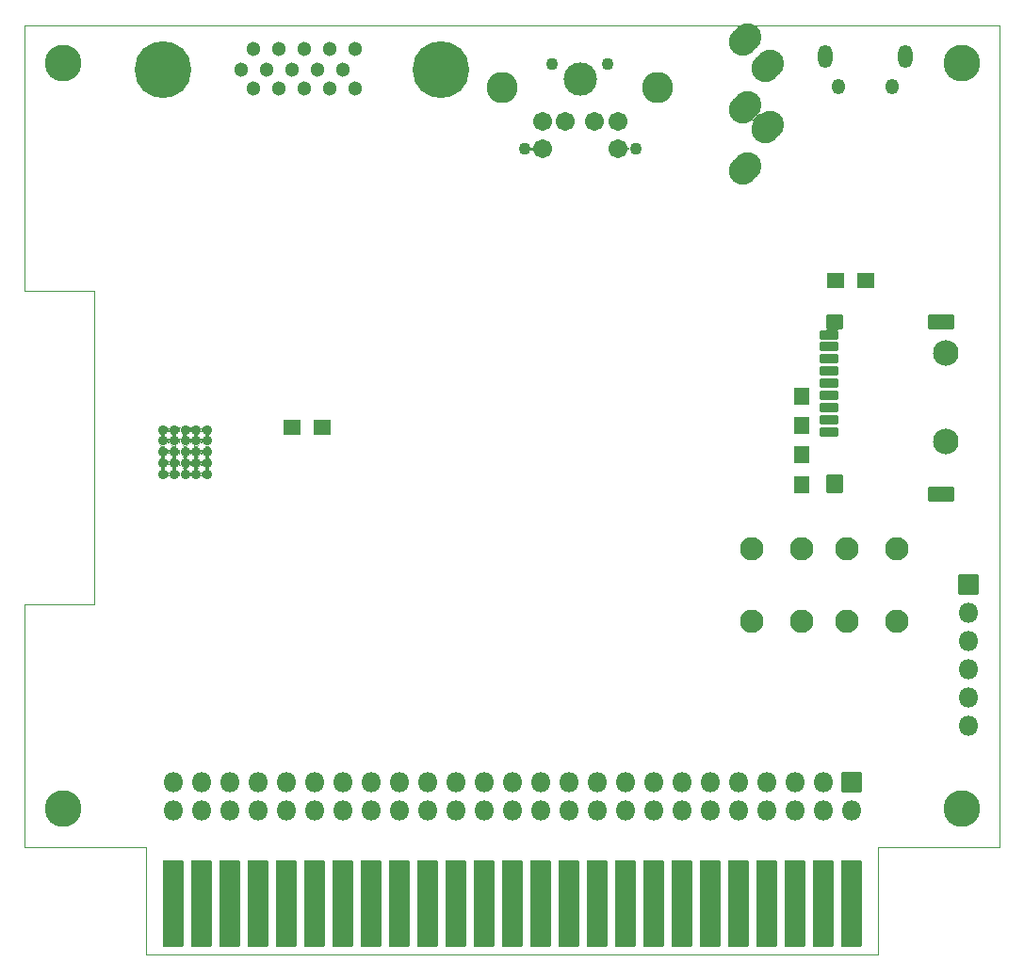
<source format=gbr>
G04 #@! TF.GenerationSoftware,KiCad,Pcbnew,(6.0.5)*
G04 #@! TF.CreationDate,2022-06-13T20:59:20-07:00*
G04 #@! TF.ProjectId,PocketTRS,506f636b-6574-4545-9253-2e6b69636164,rev?*
G04 #@! TF.SameCoordinates,Original*
G04 #@! TF.FileFunction,Soldermask,Bot*
G04 #@! TF.FilePolarity,Negative*
%FSLAX46Y46*%
G04 Gerber Fmt 4.6, Leading zero omitted, Abs format (unit mm)*
G04 Created by KiCad (PCBNEW (6.0.5)) date 2022-06-13 20:59:20*
%MOMM*%
%LPD*%
G01*
G04 APERTURE LIST*
G04 Aperture macros list*
%AMRoundRect*
0 Rectangle with rounded corners*
0 $1 Rounding radius*
0 $2 $3 $4 $5 $6 $7 $8 $9 X,Y pos of 4 corners*
0 Add a 4 corners polygon primitive as box body*
4,1,4,$2,$3,$4,$5,$6,$7,$8,$9,$2,$3,0*
0 Add four circle primitives for the rounded corners*
1,1,$1+$1,$2,$3*
1,1,$1+$1,$4,$5*
1,1,$1+$1,$6,$7*
1,1,$1+$1,$8,$9*
0 Add four rect primitives between the rounded corners*
20,1,$1+$1,$2,$3,$4,$5,0*
20,1,$1+$1,$4,$5,$6,$7,0*
20,1,$1+$1,$6,$7,$8,$9,0*
20,1,$1+$1,$8,$9,$2,$3,0*%
%AMHorizOval*
0 Thick line with rounded ends*
0 $1 width*
0 $2 $3 position (X,Y) of the first rounded end (center of the circle)*
0 $4 $5 position (X,Y) of the second rounded end (center of the circle)*
0 Add line between two ends*
20,1,$1,$2,$3,$4,$5,0*
0 Add two circle primitives to create the rounded ends*
1,1,$1,$2,$3*
1,1,$1,$4,$5*%
G04 Aperture macros list end*
G04 #@! TA.AperFunction,Profile*
%ADD10C,0.050000*%
G04 #@! TD*
%ADD11RoundRect,0.051000X-0.850000X-0.850000X0.850000X-0.850000X0.850000X0.850000X-0.850000X0.850000X0*%
%ADD12O,1.802000X1.802000*%
%ADD13C,2.102000*%
%ADD14C,5.103260*%
%ADD15C,1.300880*%
%ADD16HorizOval,2.502000X0.212132X0.212132X-0.212132X-0.212132X0*%
%ADD17C,1.702000*%
%ADD18C,1.102000*%
%ADD19C,3.002000*%
%ADD20C,2.802000*%
%ADD21O,1.200000X1.400000*%
%ADD22O,1.300000X2.100000*%
%ADD23RoundRect,0.051000X-0.850000X0.850000X-0.850000X-0.850000X0.850000X-0.850000X0.850000X0.850000X0*%
%ADD24C,3.302000*%
%ADD25C,0.902000*%
%ADD26RoundRect,0.051000X0.889000X3.810000X-0.889000X3.810000X-0.889000X-3.810000X0.889000X-3.810000X0*%
%ADD27RoundRect,0.051000X-0.800000X0.350000X-0.800000X-0.350000X0.800000X-0.350000X0.800000X0.350000X0*%
%ADD28RoundRect,0.051000X-0.700000X0.800000X-0.700000X-0.800000X0.700000X-0.800000X0.700000X0.800000X0*%
%ADD29RoundRect,0.051000X-1.100000X0.600000X-1.100000X-0.600000X1.100000X-0.600000X1.100000X0.600000X0*%
%ADD30RoundRect,0.051000X-0.700000X0.600000X-0.700000X-0.600000X0.700000X-0.600000X0.700000X0.600000X0*%
%ADD31RoundRect,0.051000X-0.750000X-0.650000X0.750000X-0.650000X0.750000X0.650000X-0.750000X0.650000X0*%
%ADD32RoundRect,0.051000X-0.650000X0.750000X-0.650000X-0.750000X0.650000X-0.750000X0.650000X0.750000X0*%
%ADD33RoundRect,0.051000X0.750000X0.650000X-0.750000X0.650000X-0.750000X-0.650000X0.750000X-0.650000X0*%
%ADD34C,2.302000*%
G04 APERTURE END LIST*
D10*
X165100000Y-61976000D02*
X165100000Y-64770000D01*
X252730000Y-64770000D02*
X252730000Y-61976000D01*
X171323000Y-85852000D02*
X171323000Y-90805000D01*
X165100000Y-64770000D02*
X165100000Y-85852000D01*
X165100000Y-135890000D02*
X165100000Y-114046000D01*
X241808000Y-135890000D02*
X252730000Y-135890000D01*
X241808000Y-145542000D02*
X241300000Y-145542000D01*
X175260000Y-135890000D02*
X176022000Y-135890000D01*
X241808000Y-145542000D02*
X241808000Y-135890000D01*
X171323000Y-85852000D02*
X165100000Y-85852000D01*
X165100000Y-114046000D02*
X171323000Y-114046000D01*
X171323000Y-114046000D02*
X171323000Y-90805000D01*
X176022000Y-145542000D02*
X241300000Y-145542000D01*
X252730000Y-64770000D02*
X252730000Y-135890000D01*
X165100000Y-61976000D02*
X252730000Y-61976000D01*
X165100000Y-135890000D02*
X175260000Y-135890000D01*
X176022000Y-135890000D02*
X176022000Y-145542000D01*
X165100000Y-61976000D02*
X165100000Y-64770000D01*
X252730000Y-64770000D02*
X252730000Y-61976000D01*
X171323000Y-85852000D02*
X171323000Y-90805000D01*
X165100000Y-64770000D02*
X165100000Y-85852000D01*
X165100000Y-135890000D02*
X165100000Y-114046000D01*
X241808000Y-135890000D02*
X252730000Y-135890000D01*
X241808000Y-145542000D02*
X241300000Y-145542000D01*
X175260000Y-135890000D02*
X176022000Y-135890000D01*
X241808000Y-145542000D02*
X241808000Y-135890000D01*
X171323000Y-85852000D02*
X165100000Y-85852000D01*
X165100000Y-114046000D02*
X171323000Y-114046000D01*
X171323000Y-114046000D02*
X171323000Y-90805000D01*
X176022000Y-145542000D02*
X241300000Y-145542000D01*
X252730000Y-64770000D02*
X252730000Y-135890000D01*
X165100000Y-61976000D02*
X252730000Y-61976000D01*
X165100000Y-135890000D02*
X175260000Y-135890000D01*
X176022000Y-135890000D02*
X176022000Y-145542000D01*
D11*
X249936000Y-112268000D03*
D12*
X249936000Y-114808000D03*
X249936000Y-117348000D03*
X249936000Y-119888000D03*
X249936000Y-122428000D03*
X249936000Y-124968000D03*
D13*
X239014000Y-115570000D03*
X239014000Y-109070000D03*
X243514000Y-109070000D03*
X243514000Y-115570000D03*
X234950000Y-115593000D03*
X234950000Y-109093000D03*
X230450000Y-109093000D03*
X230450000Y-115593000D03*
D14*
X177497740Y-65971420D03*
X202486260Y-65971420D03*
D15*
X185681620Y-67690400D03*
X187972700Y-67690400D03*
X190258700Y-67690400D03*
X192552320Y-67690400D03*
X194840860Y-67690400D03*
X184536080Y-65925700D03*
X186829700Y-65925700D03*
X189128400Y-65925700D03*
X191427100Y-65925700D03*
X193700400Y-65925700D03*
X185681620Y-64134400D03*
X187972700Y-64134400D03*
X190261240Y-64134400D03*
X192552320Y-64134400D03*
X194843400Y-64134400D03*
D16*
X231870000Y-71146000D03*
X229870000Y-69346000D03*
X229870000Y-63246000D03*
X231870000Y-65646000D03*
X229870000Y-74846000D03*
D17*
X213711000Y-70576000D03*
X216311000Y-70576000D03*
X211611000Y-70576000D03*
X218411000Y-70576000D03*
X211611000Y-73076000D03*
X218411000Y-73076000D03*
D18*
X212511000Y-65476000D03*
X217511000Y-65476000D03*
X210011000Y-73076000D03*
X220011000Y-73076000D03*
D19*
X215011000Y-66776000D03*
D20*
X208011000Y-67576000D03*
X222011000Y-67576000D03*
D21*
X238240000Y-67520000D03*
X243090000Y-67520000D03*
D22*
X237090000Y-64770000D03*
X244240000Y-64770000D03*
D23*
X239395000Y-130048000D03*
D12*
X239395000Y-132588000D03*
X236855000Y-130048000D03*
X236855000Y-132588000D03*
X234315000Y-130048000D03*
X234315000Y-132588000D03*
X231775000Y-130048000D03*
X231775000Y-132588000D03*
X229235000Y-130048000D03*
X229235000Y-132588000D03*
X226695000Y-130048000D03*
X226695000Y-132588000D03*
X224155000Y-130048000D03*
X224155000Y-132588000D03*
X221615000Y-130048000D03*
X221615000Y-132588000D03*
X219075000Y-130048000D03*
X219075000Y-132588000D03*
X216535000Y-130048000D03*
X216535000Y-132588000D03*
X213995000Y-130048000D03*
X213995000Y-132588000D03*
X211455000Y-130048000D03*
X211455000Y-132588000D03*
X208915000Y-130048000D03*
X208915000Y-132588000D03*
X206375000Y-130048000D03*
X206375000Y-132588000D03*
X203835000Y-130048000D03*
X203835000Y-132588000D03*
X201295000Y-130048000D03*
X201295000Y-132588000D03*
X198755000Y-130048000D03*
X198755000Y-132588000D03*
X196215000Y-130048000D03*
X196215000Y-132588000D03*
X193675000Y-130048000D03*
X193675000Y-132588000D03*
X191135000Y-130048000D03*
X191135000Y-132588000D03*
X188595000Y-130048000D03*
X188595000Y-132588000D03*
X186055000Y-130048000D03*
X186055000Y-132588000D03*
X183515000Y-130048000D03*
X183515000Y-132588000D03*
X180975000Y-130048000D03*
X180975000Y-132588000D03*
X178435000Y-130048000D03*
X178435000Y-132588000D03*
D24*
X168529000Y-65405000D03*
X249301000Y-65405000D03*
X168529000Y-132461000D03*
X249301000Y-132461000D03*
D25*
X177524000Y-100349000D03*
X177524000Y-102349000D03*
X177524000Y-101349000D03*
X179524000Y-102349000D03*
X178524000Y-101349000D03*
X180524000Y-100349000D03*
X181524000Y-102349000D03*
X179524000Y-99349000D03*
X177524000Y-98349000D03*
X180524000Y-98349000D03*
X179524000Y-98349000D03*
X180524000Y-101349000D03*
X178524000Y-102349000D03*
X178524000Y-98349000D03*
X181524000Y-99349000D03*
X181524000Y-101349000D03*
X178524000Y-99349000D03*
X181524000Y-100349000D03*
X178524000Y-100349000D03*
X180524000Y-99349000D03*
X177524000Y-99349000D03*
X179524000Y-101349000D03*
X179524000Y-100349000D03*
X180524000Y-102349000D03*
X181524000Y-98349000D03*
D26*
X239395000Y-140970000D03*
X236855000Y-140970000D03*
X234315000Y-140970000D03*
X231775000Y-140970000D03*
X229235000Y-140970000D03*
X226695000Y-140970000D03*
X224155000Y-140970000D03*
X221615000Y-140970000D03*
X219075000Y-140970000D03*
X216535000Y-140970000D03*
X213995000Y-140970000D03*
X211455000Y-140970000D03*
X208915000Y-140970000D03*
X206375000Y-140970000D03*
X203835000Y-140970000D03*
X201295000Y-140970000D03*
X198755000Y-140970000D03*
X196215000Y-140970000D03*
X193675000Y-140970000D03*
X191135000Y-140970000D03*
X188595000Y-140970000D03*
X186055000Y-140970000D03*
X183515000Y-140970000D03*
X180975000Y-140970000D03*
X178435000Y-140970000D03*
D27*
X237404000Y-98593000D03*
X237404000Y-97493000D03*
X237404000Y-96393000D03*
X237404000Y-95293000D03*
X237404000Y-94193000D03*
X237404000Y-93093000D03*
X237404000Y-91993000D03*
X237404000Y-90893000D03*
X237404000Y-89793000D03*
D28*
X237904000Y-103243000D03*
D29*
X247504000Y-104143000D03*
X247504000Y-88643000D03*
D30*
X237904000Y-88643000D03*
D31*
X189150000Y-98171000D03*
X191850000Y-98171000D03*
D32*
X234950000Y-95297000D03*
X234950000Y-97997000D03*
D33*
X240681500Y-84899500D03*
X237981500Y-84899500D03*
D32*
X234950000Y-100567500D03*
X234950000Y-103267500D03*
D34*
X247904000Y-99441000D03*
X247904000Y-91440000D03*
G36*
X178141514Y-102116355D02*
G01*
X178141476Y-102117970D01*
X178094639Y-102217730D01*
X178075054Y-102343515D01*
X178091560Y-102469739D01*
X178138242Y-102575833D01*
X178138024Y-102577821D01*
X178136193Y-102578626D01*
X178134824Y-102577856D01*
X178123969Y-102563709D01*
X178122249Y-102565029D01*
X178120266Y-102565290D01*
X178119475Y-102564697D01*
X178094107Y-102533214D01*
X178028392Y-102511338D01*
X177961286Y-102528463D01*
X177927857Y-102564364D01*
X177925945Y-102564950D01*
X177925176Y-102564588D01*
X177924031Y-102563709D01*
X177908307Y-102584201D01*
X177906459Y-102584966D01*
X177904872Y-102583748D01*
X177904920Y-102582111D01*
X177951726Y-102485504D01*
X177972867Y-102359842D01*
X177972998Y-102349131D01*
X177954933Y-102222987D01*
X177908137Y-102120065D01*
X177908331Y-102118074D01*
X177910151Y-102117246D01*
X177911545Y-102118019D01*
X177924031Y-102134291D01*
X177925751Y-102132971D01*
X177927734Y-102132710D01*
X177928525Y-102133303D01*
X177953893Y-102164786D01*
X178019608Y-102186662D01*
X178086714Y-102169537D01*
X178120143Y-102133636D01*
X178122055Y-102133050D01*
X178122824Y-102133412D01*
X178123969Y-102134291D01*
X178138079Y-102115902D01*
X178139927Y-102115137D01*
X178141514Y-102116355D01*
G37*
G36*
X179141514Y-102116355D02*
G01*
X179141476Y-102117970D01*
X179094639Y-102217730D01*
X179075054Y-102343515D01*
X179091560Y-102469739D01*
X179138242Y-102575833D01*
X179138024Y-102577821D01*
X179136193Y-102578626D01*
X179134824Y-102577856D01*
X179123969Y-102563709D01*
X179122249Y-102565029D01*
X179120266Y-102565290D01*
X179119475Y-102564697D01*
X179094107Y-102533214D01*
X179028392Y-102511338D01*
X178961286Y-102528463D01*
X178927857Y-102564364D01*
X178925945Y-102564950D01*
X178925176Y-102564588D01*
X178924031Y-102563709D01*
X178908307Y-102584201D01*
X178906459Y-102584966D01*
X178904872Y-102583748D01*
X178904920Y-102582111D01*
X178951726Y-102485504D01*
X178972867Y-102359842D01*
X178972998Y-102349131D01*
X178954933Y-102222987D01*
X178908137Y-102120065D01*
X178908331Y-102118074D01*
X178910151Y-102117246D01*
X178911545Y-102118019D01*
X178924031Y-102134291D01*
X178925751Y-102132971D01*
X178927734Y-102132710D01*
X178928525Y-102133303D01*
X178953893Y-102164786D01*
X179019608Y-102186662D01*
X179086714Y-102169537D01*
X179120143Y-102133636D01*
X179122055Y-102133050D01*
X179122824Y-102133412D01*
X179123969Y-102134291D01*
X179138079Y-102115902D01*
X179139927Y-102115137D01*
X179141514Y-102116355D01*
G37*
G36*
X180141514Y-102116355D02*
G01*
X180141476Y-102117970D01*
X180094639Y-102217730D01*
X180075054Y-102343515D01*
X180091560Y-102469739D01*
X180138242Y-102575833D01*
X180138024Y-102577821D01*
X180136193Y-102578626D01*
X180134824Y-102577856D01*
X180123969Y-102563709D01*
X180122249Y-102565029D01*
X180120266Y-102565290D01*
X180119475Y-102564697D01*
X180094107Y-102533214D01*
X180028392Y-102511338D01*
X179961286Y-102528463D01*
X179927857Y-102564364D01*
X179925945Y-102564950D01*
X179925176Y-102564588D01*
X179924031Y-102563709D01*
X179908307Y-102584201D01*
X179906459Y-102584966D01*
X179904872Y-102583748D01*
X179904920Y-102582111D01*
X179951726Y-102485504D01*
X179972867Y-102359842D01*
X179972998Y-102349131D01*
X179954933Y-102222987D01*
X179908137Y-102120065D01*
X179908331Y-102118074D01*
X179910151Y-102117246D01*
X179911545Y-102118019D01*
X179924031Y-102134291D01*
X179925751Y-102132971D01*
X179927734Y-102132710D01*
X179928525Y-102133303D01*
X179953893Y-102164786D01*
X180019608Y-102186662D01*
X180086714Y-102169537D01*
X180120143Y-102133636D01*
X180122055Y-102133050D01*
X180122824Y-102133412D01*
X180123969Y-102134291D01*
X180138079Y-102115902D01*
X180139927Y-102115137D01*
X180141514Y-102116355D01*
G37*
G36*
X181141514Y-102116355D02*
G01*
X181141476Y-102117970D01*
X181094639Y-102217730D01*
X181075054Y-102343515D01*
X181091560Y-102469739D01*
X181138242Y-102575833D01*
X181138024Y-102577821D01*
X181136193Y-102578626D01*
X181134824Y-102577856D01*
X181123969Y-102563709D01*
X181122249Y-102565029D01*
X181120266Y-102565290D01*
X181119475Y-102564697D01*
X181094107Y-102533214D01*
X181028392Y-102511338D01*
X180961286Y-102528463D01*
X180927857Y-102564364D01*
X180925945Y-102564950D01*
X180925176Y-102564588D01*
X180924031Y-102563709D01*
X180908307Y-102584201D01*
X180906459Y-102584966D01*
X180904872Y-102583748D01*
X180904920Y-102582111D01*
X180951726Y-102485504D01*
X180972867Y-102359842D01*
X180972998Y-102349131D01*
X180954933Y-102222987D01*
X180908137Y-102120065D01*
X180908331Y-102118074D01*
X180910151Y-102117246D01*
X180911545Y-102118019D01*
X180924031Y-102134291D01*
X180925751Y-102132971D01*
X180927734Y-102132710D01*
X180928525Y-102133303D01*
X180953893Y-102164786D01*
X181019608Y-102186662D01*
X181086714Y-102169537D01*
X181120143Y-102133636D01*
X181122055Y-102133050D01*
X181122824Y-102133412D01*
X181123969Y-102134291D01*
X181138079Y-102115902D01*
X181139927Y-102115137D01*
X181141514Y-102116355D01*
G37*
G36*
X179269854Y-101713734D02*
G01*
X179330709Y-101754243D01*
X179452215Y-101792203D01*
X179579494Y-101794537D01*
X179702315Y-101761052D01*
X179773266Y-101717487D01*
X179775265Y-101717433D01*
X179776311Y-101719137D01*
X179775530Y-101720778D01*
X179738710Y-101749031D01*
X179740029Y-101750750D01*
X179740290Y-101752733D01*
X179739697Y-101753525D01*
X179708215Y-101778893D01*
X179686339Y-101844608D01*
X179703464Y-101911714D01*
X179739364Y-101945142D01*
X179739950Y-101947054D01*
X179739588Y-101947823D01*
X179738709Y-101948968D01*
X179778986Y-101979874D01*
X179779751Y-101981722D01*
X179778533Y-101983309D01*
X179776680Y-101983139D01*
X179712326Y-101941426D01*
X179590364Y-101904952D01*
X179463066Y-101904175D01*
X179340666Y-101939157D01*
X179272972Y-101981869D01*
X179270974Y-101981948D01*
X179269907Y-101980257D01*
X179270687Y-101978591D01*
X179309291Y-101948969D01*
X179307971Y-101947249D01*
X179307710Y-101945266D01*
X179308303Y-101944475D01*
X179339794Y-101919094D01*
X179361662Y-101853378D01*
X179344528Y-101786272D01*
X179308635Y-101752859D01*
X179308049Y-101750947D01*
X179308411Y-101750178D01*
X179309291Y-101749032D01*
X179267528Y-101716986D01*
X179266763Y-101715138D01*
X179267981Y-101713551D01*
X179269854Y-101713734D01*
G37*
G36*
X177269854Y-101713734D02*
G01*
X177330709Y-101754243D01*
X177452215Y-101792203D01*
X177579494Y-101794537D01*
X177702315Y-101761052D01*
X177773266Y-101717487D01*
X177775265Y-101717433D01*
X177776311Y-101719137D01*
X177775530Y-101720778D01*
X177738710Y-101749031D01*
X177740029Y-101750750D01*
X177740290Y-101752733D01*
X177739697Y-101753525D01*
X177708215Y-101778893D01*
X177686339Y-101844608D01*
X177703464Y-101911714D01*
X177739364Y-101945142D01*
X177739950Y-101947054D01*
X177739588Y-101947823D01*
X177738709Y-101948968D01*
X177778986Y-101979874D01*
X177779751Y-101981722D01*
X177778533Y-101983309D01*
X177776680Y-101983139D01*
X177712326Y-101941426D01*
X177590364Y-101904952D01*
X177463066Y-101904175D01*
X177340666Y-101939157D01*
X177272972Y-101981869D01*
X177270974Y-101981948D01*
X177269907Y-101980257D01*
X177270687Y-101978591D01*
X177309291Y-101948969D01*
X177307971Y-101947249D01*
X177307710Y-101945266D01*
X177308303Y-101944475D01*
X177339794Y-101919094D01*
X177361662Y-101853378D01*
X177344528Y-101786272D01*
X177308635Y-101752859D01*
X177308049Y-101750947D01*
X177308411Y-101750178D01*
X177309291Y-101749032D01*
X177267528Y-101716986D01*
X177266763Y-101715138D01*
X177267981Y-101713551D01*
X177269854Y-101713734D01*
G37*
G36*
X180269854Y-101713734D02*
G01*
X180330709Y-101754243D01*
X180452215Y-101792203D01*
X180579494Y-101794537D01*
X180702315Y-101761052D01*
X180773266Y-101717487D01*
X180775265Y-101717433D01*
X180776311Y-101719137D01*
X180775530Y-101720778D01*
X180738710Y-101749031D01*
X180740029Y-101750750D01*
X180740290Y-101752733D01*
X180739697Y-101753525D01*
X180708215Y-101778893D01*
X180686339Y-101844608D01*
X180703464Y-101911714D01*
X180739364Y-101945142D01*
X180739950Y-101947054D01*
X180739588Y-101947823D01*
X180738709Y-101948968D01*
X180778986Y-101979874D01*
X180779751Y-101981722D01*
X180778533Y-101983309D01*
X180776680Y-101983139D01*
X180712326Y-101941426D01*
X180590364Y-101904952D01*
X180463066Y-101904175D01*
X180340666Y-101939157D01*
X180272972Y-101981869D01*
X180270974Y-101981948D01*
X180269907Y-101980257D01*
X180270687Y-101978591D01*
X180309291Y-101948969D01*
X180307971Y-101947249D01*
X180307710Y-101945266D01*
X180308303Y-101944475D01*
X180339794Y-101919094D01*
X180361662Y-101853378D01*
X180344528Y-101786272D01*
X180308635Y-101752859D01*
X180308049Y-101750947D01*
X180308411Y-101750178D01*
X180309291Y-101749032D01*
X180267528Y-101716986D01*
X180266763Y-101715138D01*
X180267981Y-101713551D01*
X180269854Y-101713734D01*
G37*
G36*
X178269854Y-101713734D02*
G01*
X178330709Y-101754243D01*
X178452215Y-101792203D01*
X178579494Y-101794537D01*
X178702315Y-101761052D01*
X178773266Y-101717487D01*
X178775265Y-101717433D01*
X178776311Y-101719137D01*
X178775530Y-101720778D01*
X178738710Y-101749031D01*
X178740029Y-101750750D01*
X178740290Y-101752733D01*
X178739697Y-101753525D01*
X178708215Y-101778893D01*
X178686339Y-101844608D01*
X178703464Y-101911714D01*
X178739364Y-101945142D01*
X178739950Y-101947054D01*
X178739588Y-101947823D01*
X178738709Y-101948968D01*
X178778986Y-101979874D01*
X178779751Y-101981722D01*
X178778533Y-101983309D01*
X178776680Y-101983139D01*
X178712326Y-101941426D01*
X178590364Y-101904952D01*
X178463066Y-101904175D01*
X178340666Y-101939157D01*
X178272972Y-101981869D01*
X178270974Y-101981948D01*
X178269907Y-101980257D01*
X178270687Y-101978591D01*
X178309291Y-101948969D01*
X178307971Y-101947249D01*
X178307710Y-101945266D01*
X178308303Y-101944475D01*
X178339794Y-101919094D01*
X178361662Y-101853378D01*
X178344528Y-101786272D01*
X178308635Y-101752859D01*
X178308049Y-101750947D01*
X178308411Y-101750178D01*
X178309291Y-101749032D01*
X178267528Y-101716986D01*
X178266763Y-101715138D01*
X178267981Y-101713551D01*
X178269854Y-101713734D01*
G37*
G36*
X181269854Y-101713734D02*
G01*
X181330709Y-101754243D01*
X181452215Y-101792203D01*
X181579494Y-101794537D01*
X181702315Y-101761052D01*
X181773266Y-101717487D01*
X181775265Y-101717433D01*
X181776311Y-101719137D01*
X181775530Y-101720778D01*
X181738710Y-101749031D01*
X181740029Y-101750750D01*
X181740290Y-101752733D01*
X181739697Y-101753525D01*
X181708215Y-101778893D01*
X181686339Y-101844608D01*
X181703464Y-101911714D01*
X181739364Y-101945142D01*
X181739950Y-101947054D01*
X181739588Y-101947823D01*
X181738709Y-101948968D01*
X181778986Y-101979874D01*
X181779751Y-101981722D01*
X181778533Y-101983309D01*
X181776680Y-101983139D01*
X181712326Y-101941426D01*
X181590364Y-101904952D01*
X181463066Y-101904175D01*
X181340666Y-101939157D01*
X181272972Y-101981869D01*
X181270974Y-101981948D01*
X181269907Y-101980257D01*
X181270687Y-101978591D01*
X181309291Y-101948969D01*
X181307971Y-101947249D01*
X181307710Y-101945266D01*
X181308303Y-101944475D01*
X181339794Y-101919094D01*
X181361662Y-101853378D01*
X181344528Y-101786272D01*
X181308635Y-101752859D01*
X181308049Y-101750947D01*
X181308411Y-101750178D01*
X181309291Y-101749032D01*
X181267528Y-101716986D01*
X181266763Y-101715138D01*
X181267981Y-101713551D01*
X181269854Y-101713734D01*
G37*
G36*
X180141514Y-101116355D02*
G01*
X180141476Y-101117970D01*
X180094639Y-101217730D01*
X180075054Y-101343515D01*
X180091560Y-101469739D01*
X180138242Y-101575833D01*
X180138024Y-101577821D01*
X180136193Y-101578626D01*
X180134824Y-101577856D01*
X180123969Y-101563709D01*
X180122249Y-101565029D01*
X180120266Y-101565290D01*
X180119475Y-101564697D01*
X180094107Y-101533214D01*
X180028392Y-101511338D01*
X179961286Y-101528463D01*
X179927857Y-101564364D01*
X179925945Y-101564950D01*
X179925176Y-101564588D01*
X179924031Y-101563709D01*
X179908307Y-101584201D01*
X179906459Y-101584966D01*
X179904872Y-101583748D01*
X179904920Y-101582111D01*
X179951726Y-101485504D01*
X179972867Y-101359842D01*
X179972998Y-101349131D01*
X179954933Y-101222987D01*
X179908137Y-101120065D01*
X179908331Y-101118074D01*
X179910151Y-101117246D01*
X179911545Y-101118019D01*
X179924031Y-101134291D01*
X179925751Y-101132971D01*
X179927734Y-101132710D01*
X179928525Y-101133303D01*
X179953893Y-101164786D01*
X180019608Y-101186662D01*
X180086714Y-101169537D01*
X180120143Y-101133636D01*
X180122055Y-101133050D01*
X180122824Y-101133412D01*
X180123969Y-101134291D01*
X180138079Y-101115902D01*
X180139927Y-101115137D01*
X180141514Y-101116355D01*
G37*
G36*
X179141514Y-101116355D02*
G01*
X179141476Y-101117970D01*
X179094639Y-101217730D01*
X179075054Y-101343515D01*
X179091560Y-101469739D01*
X179138242Y-101575833D01*
X179138024Y-101577821D01*
X179136193Y-101578626D01*
X179134824Y-101577856D01*
X179123969Y-101563709D01*
X179122249Y-101565029D01*
X179120266Y-101565290D01*
X179119475Y-101564697D01*
X179094107Y-101533214D01*
X179028392Y-101511338D01*
X178961286Y-101528463D01*
X178927857Y-101564364D01*
X178925945Y-101564950D01*
X178925176Y-101564588D01*
X178924031Y-101563709D01*
X178908307Y-101584201D01*
X178906459Y-101584966D01*
X178904872Y-101583748D01*
X178904920Y-101582111D01*
X178951726Y-101485504D01*
X178972867Y-101359842D01*
X178972998Y-101349131D01*
X178954933Y-101222987D01*
X178908137Y-101120065D01*
X178908331Y-101118074D01*
X178910151Y-101117246D01*
X178911545Y-101118019D01*
X178924031Y-101134291D01*
X178925751Y-101132971D01*
X178927734Y-101132710D01*
X178928525Y-101133303D01*
X178953893Y-101164786D01*
X179019608Y-101186662D01*
X179086714Y-101169537D01*
X179120143Y-101133636D01*
X179122055Y-101133050D01*
X179122824Y-101133412D01*
X179123969Y-101134291D01*
X179138079Y-101115902D01*
X179139927Y-101115137D01*
X179141514Y-101116355D01*
G37*
G36*
X178141514Y-101116355D02*
G01*
X178141476Y-101117970D01*
X178094639Y-101217730D01*
X178075054Y-101343515D01*
X178091560Y-101469739D01*
X178138242Y-101575833D01*
X178138024Y-101577821D01*
X178136193Y-101578626D01*
X178134824Y-101577856D01*
X178123969Y-101563709D01*
X178122249Y-101565029D01*
X178120266Y-101565290D01*
X178119475Y-101564697D01*
X178094107Y-101533214D01*
X178028392Y-101511338D01*
X177961286Y-101528463D01*
X177927857Y-101564364D01*
X177925945Y-101564950D01*
X177925176Y-101564588D01*
X177924031Y-101563709D01*
X177908307Y-101584201D01*
X177906459Y-101584966D01*
X177904872Y-101583748D01*
X177904920Y-101582111D01*
X177951726Y-101485504D01*
X177972867Y-101359842D01*
X177972998Y-101349131D01*
X177954933Y-101222987D01*
X177908137Y-101120065D01*
X177908331Y-101118074D01*
X177910151Y-101117246D01*
X177911545Y-101118019D01*
X177924031Y-101134291D01*
X177925751Y-101132971D01*
X177927734Y-101132710D01*
X177928525Y-101133303D01*
X177953893Y-101164786D01*
X178019608Y-101186662D01*
X178086714Y-101169537D01*
X178120143Y-101133636D01*
X178122055Y-101133050D01*
X178122824Y-101133412D01*
X178123969Y-101134291D01*
X178138079Y-101115902D01*
X178139927Y-101115137D01*
X178141514Y-101116355D01*
G37*
G36*
X181141514Y-101116355D02*
G01*
X181141476Y-101117970D01*
X181094639Y-101217730D01*
X181075054Y-101343515D01*
X181091560Y-101469739D01*
X181138242Y-101575833D01*
X181138024Y-101577821D01*
X181136193Y-101578626D01*
X181134824Y-101577856D01*
X181123969Y-101563709D01*
X181122249Y-101565029D01*
X181120266Y-101565290D01*
X181119475Y-101564697D01*
X181094107Y-101533214D01*
X181028392Y-101511338D01*
X180961286Y-101528463D01*
X180927857Y-101564364D01*
X180925945Y-101564950D01*
X180925176Y-101564588D01*
X180924031Y-101563709D01*
X180908307Y-101584201D01*
X180906459Y-101584966D01*
X180904872Y-101583748D01*
X180904920Y-101582111D01*
X180951726Y-101485504D01*
X180972867Y-101359842D01*
X180972998Y-101349131D01*
X180954933Y-101222987D01*
X180908137Y-101120065D01*
X180908331Y-101118074D01*
X180910151Y-101117246D01*
X180911545Y-101118019D01*
X180924031Y-101134291D01*
X180925751Y-101132971D01*
X180927734Y-101132710D01*
X180928525Y-101133303D01*
X180953893Y-101164786D01*
X181019608Y-101186662D01*
X181086714Y-101169537D01*
X181120143Y-101133636D01*
X181122055Y-101133050D01*
X181122824Y-101133412D01*
X181123969Y-101134291D01*
X181138079Y-101115902D01*
X181139927Y-101115137D01*
X181141514Y-101116355D01*
G37*
G36*
X178269854Y-100713734D02*
G01*
X178330709Y-100754243D01*
X178452215Y-100792203D01*
X178579494Y-100794537D01*
X178702315Y-100761052D01*
X178773266Y-100717487D01*
X178775265Y-100717433D01*
X178776311Y-100719137D01*
X178775530Y-100720778D01*
X178738710Y-100749031D01*
X178740029Y-100750750D01*
X178740290Y-100752733D01*
X178739697Y-100753525D01*
X178708215Y-100778893D01*
X178686339Y-100844608D01*
X178703464Y-100911714D01*
X178739364Y-100945142D01*
X178739950Y-100947054D01*
X178739588Y-100947823D01*
X178738709Y-100948968D01*
X178778986Y-100979874D01*
X178779751Y-100981722D01*
X178778533Y-100983309D01*
X178776680Y-100983139D01*
X178712326Y-100941426D01*
X178590364Y-100904952D01*
X178463066Y-100904175D01*
X178340666Y-100939157D01*
X178272972Y-100981869D01*
X178270974Y-100981948D01*
X178269907Y-100980257D01*
X178270687Y-100978591D01*
X178309291Y-100948969D01*
X178307971Y-100947249D01*
X178307710Y-100945266D01*
X178308303Y-100944475D01*
X178339794Y-100919094D01*
X178361662Y-100853378D01*
X178344528Y-100786272D01*
X178308635Y-100752859D01*
X178308049Y-100750947D01*
X178308411Y-100750178D01*
X178309291Y-100749032D01*
X178267528Y-100716986D01*
X178266763Y-100715138D01*
X178267981Y-100713551D01*
X178269854Y-100713734D01*
G37*
G36*
X181269854Y-100713734D02*
G01*
X181330709Y-100754243D01*
X181452215Y-100792203D01*
X181579494Y-100794537D01*
X181702315Y-100761052D01*
X181773266Y-100717487D01*
X181775265Y-100717433D01*
X181776311Y-100719137D01*
X181775530Y-100720778D01*
X181738710Y-100749031D01*
X181740029Y-100750750D01*
X181740290Y-100752733D01*
X181739697Y-100753525D01*
X181708215Y-100778893D01*
X181686339Y-100844608D01*
X181703464Y-100911714D01*
X181739364Y-100945142D01*
X181739950Y-100947054D01*
X181739588Y-100947823D01*
X181738709Y-100948968D01*
X181778986Y-100979874D01*
X181779751Y-100981722D01*
X181778533Y-100983309D01*
X181776680Y-100983139D01*
X181712326Y-100941426D01*
X181590364Y-100904952D01*
X181463066Y-100904175D01*
X181340666Y-100939157D01*
X181272972Y-100981869D01*
X181270974Y-100981948D01*
X181269907Y-100980257D01*
X181270687Y-100978591D01*
X181309291Y-100948969D01*
X181307971Y-100947249D01*
X181307710Y-100945266D01*
X181308303Y-100944475D01*
X181339794Y-100919094D01*
X181361662Y-100853378D01*
X181344528Y-100786272D01*
X181308635Y-100752859D01*
X181308049Y-100750947D01*
X181308411Y-100750178D01*
X181309291Y-100749032D01*
X181267528Y-100716986D01*
X181266763Y-100715138D01*
X181267981Y-100713551D01*
X181269854Y-100713734D01*
G37*
G36*
X177269854Y-100713734D02*
G01*
X177330709Y-100754243D01*
X177452215Y-100792203D01*
X177579494Y-100794537D01*
X177702315Y-100761052D01*
X177773266Y-100717487D01*
X177775265Y-100717433D01*
X177776311Y-100719137D01*
X177775530Y-100720778D01*
X177738710Y-100749031D01*
X177740029Y-100750750D01*
X177740290Y-100752733D01*
X177739697Y-100753525D01*
X177708215Y-100778893D01*
X177686339Y-100844608D01*
X177703464Y-100911714D01*
X177739364Y-100945142D01*
X177739950Y-100947054D01*
X177739588Y-100947823D01*
X177738709Y-100948968D01*
X177778986Y-100979874D01*
X177779751Y-100981722D01*
X177778533Y-100983309D01*
X177776680Y-100983139D01*
X177712326Y-100941426D01*
X177590364Y-100904952D01*
X177463066Y-100904175D01*
X177340666Y-100939157D01*
X177272972Y-100981869D01*
X177270974Y-100981948D01*
X177269907Y-100980257D01*
X177270687Y-100978591D01*
X177309291Y-100948969D01*
X177307971Y-100947249D01*
X177307710Y-100945266D01*
X177308303Y-100944475D01*
X177339794Y-100919094D01*
X177361662Y-100853378D01*
X177344528Y-100786272D01*
X177308635Y-100752859D01*
X177308049Y-100750947D01*
X177308411Y-100750178D01*
X177309291Y-100749032D01*
X177267528Y-100716986D01*
X177266763Y-100715138D01*
X177267981Y-100713551D01*
X177269854Y-100713734D01*
G37*
G36*
X180269854Y-100713734D02*
G01*
X180330709Y-100754243D01*
X180452215Y-100792203D01*
X180579494Y-100794537D01*
X180702315Y-100761052D01*
X180773266Y-100717487D01*
X180775265Y-100717433D01*
X180776311Y-100719137D01*
X180775530Y-100720778D01*
X180738710Y-100749031D01*
X180740029Y-100750750D01*
X180740290Y-100752733D01*
X180739697Y-100753525D01*
X180708215Y-100778893D01*
X180686339Y-100844608D01*
X180703464Y-100911714D01*
X180739364Y-100945142D01*
X180739950Y-100947054D01*
X180739588Y-100947823D01*
X180738709Y-100948968D01*
X180778986Y-100979874D01*
X180779751Y-100981722D01*
X180778533Y-100983309D01*
X180776680Y-100983139D01*
X180712326Y-100941426D01*
X180590364Y-100904952D01*
X180463066Y-100904175D01*
X180340666Y-100939157D01*
X180272972Y-100981869D01*
X180270974Y-100981948D01*
X180269907Y-100980257D01*
X180270687Y-100978591D01*
X180309291Y-100948969D01*
X180307971Y-100947249D01*
X180307710Y-100945266D01*
X180308303Y-100944475D01*
X180339794Y-100919094D01*
X180361662Y-100853378D01*
X180344528Y-100786272D01*
X180308635Y-100752859D01*
X180308049Y-100750947D01*
X180308411Y-100750178D01*
X180309291Y-100749032D01*
X180267528Y-100716986D01*
X180266763Y-100715138D01*
X180267981Y-100713551D01*
X180269854Y-100713734D01*
G37*
G36*
X179269854Y-100713734D02*
G01*
X179330709Y-100754243D01*
X179452215Y-100792203D01*
X179579494Y-100794537D01*
X179702315Y-100761052D01*
X179773266Y-100717487D01*
X179775265Y-100717433D01*
X179776311Y-100719137D01*
X179775530Y-100720778D01*
X179738710Y-100749031D01*
X179740029Y-100750750D01*
X179740290Y-100752733D01*
X179739697Y-100753525D01*
X179708215Y-100778893D01*
X179686339Y-100844608D01*
X179703464Y-100911714D01*
X179739364Y-100945142D01*
X179739950Y-100947054D01*
X179739588Y-100947823D01*
X179738709Y-100948968D01*
X179778986Y-100979874D01*
X179779751Y-100981722D01*
X179778533Y-100983309D01*
X179776680Y-100983139D01*
X179712326Y-100941426D01*
X179590364Y-100904952D01*
X179463066Y-100904175D01*
X179340666Y-100939157D01*
X179272972Y-100981869D01*
X179270974Y-100981948D01*
X179269907Y-100980257D01*
X179270687Y-100978591D01*
X179309291Y-100948969D01*
X179307971Y-100947249D01*
X179307710Y-100945266D01*
X179308303Y-100944475D01*
X179339794Y-100919094D01*
X179361662Y-100853378D01*
X179344528Y-100786272D01*
X179308635Y-100752859D01*
X179308049Y-100750947D01*
X179308411Y-100750178D01*
X179309291Y-100749032D01*
X179267528Y-100716986D01*
X179266763Y-100715138D01*
X179267981Y-100713551D01*
X179269854Y-100713734D01*
G37*
G36*
X179141514Y-100116355D02*
G01*
X179141476Y-100117970D01*
X179094639Y-100217730D01*
X179075054Y-100343515D01*
X179091560Y-100469739D01*
X179138242Y-100575833D01*
X179138024Y-100577821D01*
X179136193Y-100578626D01*
X179134824Y-100577856D01*
X179123969Y-100563709D01*
X179122249Y-100565029D01*
X179120266Y-100565290D01*
X179119475Y-100564697D01*
X179094107Y-100533214D01*
X179028392Y-100511338D01*
X178961286Y-100528463D01*
X178927857Y-100564364D01*
X178925945Y-100564950D01*
X178925176Y-100564588D01*
X178924031Y-100563709D01*
X178908307Y-100584201D01*
X178906459Y-100584966D01*
X178904872Y-100583748D01*
X178904920Y-100582111D01*
X178951726Y-100485504D01*
X178972867Y-100359842D01*
X178972998Y-100349131D01*
X178954933Y-100222987D01*
X178908137Y-100120065D01*
X178908331Y-100118074D01*
X178910151Y-100117246D01*
X178911545Y-100118019D01*
X178924031Y-100134291D01*
X178925751Y-100132971D01*
X178927734Y-100132710D01*
X178928525Y-100133303D01*
X178953893Y-100164786D01*
X179019608Y-100186662D01*
X179086714Y-100169537D01*
X179120143Y-100133636D01*
X179122055Y-100133050D01*
X179122824Y-100133412D01*
X179123969Y-100134291D01*
X179138079Y-100115902D01*
X179139927Y-100115137D01*
X179141514Y-100116355D01*
G37*
G36*
X180141514Y-100116355D02*
G01*
X180141476Y-100117970D01*
X180094639Y-100217730D01*
X180075054Y-100343515D01*
X180091560Y-100469739D01*
X180138242Y-100575833D01*
X180138024Y-100577821D01*
X180136193Y-100578626D01*
X180134824Y-100577856D01*
X180123969Y-100563709D01*
X180122249Y-100565029D01*
X180120266Y-100565290D01*
X180119475Y-100564697D01*
X180094107Y-100533214D01*
X180028392Y-100511338D01*
X179961286Y-100528463D01*
X179927857Y-100564364D01*
X179925945Y-100564950D01*
X179925176Y-100564588D01*
X179924031Y-100563709D01*
X179908307Y-100584201D01*
X179906459Y-100584966D01*
X179904872Y-100583748D01*
X179904920Y-100582111D01*
X179951726Y-100485504D01*
X179972867Y-100359842D01*
X179972998Y-100349131D01*
X179954933Y-100222987D01*
X179908137Y-100120065D01*
X179908331Y-100118074D01*
X179910151Y-100117246D01*
X179911545Y-100118019D01*
X179924031Y-100134291D01*
X179925751Y-100132971D01*
X179927734Y-100132710D01*
X179928525Y-100133303D01*
X179953893Y-100164786D01*
X180019608Y-100186662D01*
X180086714Y-100169537D01*
X180120143Y-100133636D01*
X180122055Y-100133050D01*
X180122824Y-100133412D01*
X180123969Y-100134291D01*
X180138079Y-100115902D01*
X180139927Y-100115137D01*
X180141514Y-100116355D01*
G37*
G36*
X181141514Y-100116355D02*
G01*
X181141476Y-100117970D01*
X181094639Y-100217730D01*
X181075054Y-100343515D01*
X181091560Y-100469739D01*
X181138242Y-100575833D01*
X181138024Y-100577821D01*
X181136193Y-100578626D01*
X181134824Y-100577856D01*
X181123969Y-100563709D01*
X181122249Y-100565029D01*
X181120266Y-100565290D01*
X181119475Y-100564697D01*
X181094107Y-100533214D01*
X181028392Y-100511338D01*
X180961286Y-100528463D01*
X180927857Y-100564364D01*
X180925945Y-100564950D01*
X180925176Y-100564588D01*
X180924031Y-100563709D01*
X180908307Y-100584201D01*
X180906459Y-100584966D01*
X180904872Y-100583748D01*
X180904920Y-100582111D01*
X180951726Y-100485504D01*
X180972867Y-100359842D01*
X180972998Y-100349131D01*
X180954933Y-100222987D01*
X180908137Y-100120065D01*
X180908331Y-100118074D01*
X180910151Y-100117246D01*
X180911545Y-100118019D01*
X180924031Y-100134291D01*
X180925751Y-100132971D01*
X180927734Y-100132710D01*
X180928525Y-100133303D01*
X180953893Y-100164786D01*
X181019608Y-100186662D01*
X181086714Y-100169537D01*
X181120143Y-100133636D01*
X181122055Y-100133050D01*
X181122824Y-100133412D01*
X181123969Y-100134291D01*
X181138079Y-100115902D01*
X181139927Y-100115137D01*
X181141514Y-100116355D01*
G37*
G36*
X178141514Y-100116355D02*
G01*
X178141476Y-100117970D01*
X178094639Y-100217730D01*
X178075054Y-100343515D01*
X178091560Y-100469739D01*
X178138242Y-100575833D01*
X178138024Y-100577821D01*
X178136193Y-100578626D01*
X178134824Y-100577856D01*
X178123969Y-100563709D01*
X178122249Y-100565029D01*
X178120266Y-100565290D01*
X178119475Y-100564697D01*
X178094107Y-100533214D01*
X178028392Y-100511338D01*
X177961286Y-100528463D01*
X177927857Y-100564364D01*
X177925945Y-100564950D01*
X177925176Y-100564588D01*
X177924031Y-100563709D01*
X177908307Y-100584201D01*
X177906459Y-100584966D01*
X177904872Y-100583748D01*
X177904920Y-100582111D01*
X177951726Y-100485504D01*
X177972867Y-100359842D01*
X177972998Y-100349131D01*
X177954933Y-100222987D01*
X177908137Y-100120065D01*
X177908331Y-100118074D01*
X177910151Y-100117246D01*
X177911545Y-100118019D01*
X177924031Y-100134291D01*
X177925751Y-100132971D01*
X177927734Y-100132710D01*
X177928525Y-100133303D01*
X177953893Y-100164786D01*
X178019608Y-100186662D01*
X178086714Y-100169537D01*
X178120143Y-100133636D01*
X178122055Y-100133050D01*
X178122824Y-100133412D01*
X178123969Y-100134291D01*
X178138079Y-100115902D01*
X178139927Y-100115137D01*
X178141514Y-100116355D01*
G37*
G36*
X179269854Y-99713734D02*
G01*
X179330709Y-99754243D01*
X179452215Y-99792203D01*
X179579494Y-99794537D01*
X179702315Y-99761052D01*
X179773266Y-99717487D01*
X179775265Y-99717433D01*
X179776311Y-99719137D01*
X179775530Y-99720778D01*
X179738710Y-99749031D01*
X179740029Y-99750750D01*
X179740290Y-99752733D01*
X179739697Y-99753525D01*
X179708215Y-99778893D01*
X179686339Y-99844608D01*
X179703464Y-99911714D01*
X179739364Y-99945142D01*
X179739950Y-99947054D01*
X179739588Y-99947823D01*
X179738709Y-99948968D01*
X179778986Y-99979874D01*
X179779751Y-99981722D01*
X179778533Y-99983309D01*
X179776680Y-99983139D01*
X179712326Y-99941426D01*
X179590364Y-99904952D01*
X179463066Y-99904175D01*
X179340666Y-99939157D01*
X179272972Y-99981869D01*
X179270974Y-99981948D01*
X179269907Y-99980257D01*
X179270687Y-99978591D01*
X179309291Y-99948969D01*
X179307971Y-99947249D01*
X179307710Y-99945266D01*
X179308303Y-99944475D01*
X179339794Y-99919094D01*
X179361662Y-99853378D01*
X179344528Y-99786272D01*
X179308635Y-99752859D01*
X179308049Y-99750947D01*
X179308411Y-99750178D01*
X179309291Y-99749032D01*
X179267528Y-99716986D01*
X179266763Y-99715138D01*
X179267981Y-99713551D01*
X179269854Y-99713734D01*
G37*
G36*
X177269854Y-99713734D02*
G01*
X177330709Y-99754243D01*
X177452215Y-99792203D01*
X177579494Y-99794537D01*
X177702315Y-99761052D01*
X177773266Y-99717487D01*
X177775265Y-99717433D01*
X177776311Y-99719137D01*
X177775530Y-99720778D01*
X177738710Y-99749031D01*
X177740029Y-99750750D01*
X177740290Y-99752733D01*
X177739697Y-99753525D01*
X177708215Y-99778893D01*
X177686339Y-99844608D01*
X177703464Y-99911714D01*
X177739364Y-99945142D01*
X177739950Y-99947054D01*
X177739588Y-99947823D01*
X177738709Y-99948968D01*
X177778986Y-99979874D01*
X177779751Y-99981722D01*
X177778533Y-99983309D01*
X177776680Y-99983139D01*
X177712326Y-99941426D01*
X177590364Y-99904952D01*
X177463066Y-99904175D01*
X177340666Y-99939157D01*
X177272972Y-99981869D01*
X177270974Y-99981948D01*
X177269907Y-99980257D01*
X177270687Y-99978591D01*
X177309291Y-99948969D01*
X177307971Y-99947249D01*
X177307710Y-99945266D01*
X177308303Y-99944475D01*
X177339794Y-99919094D01*
X177361662Y-99853378D01*
X177344528Y-99786272D01*
X177308635Y-99752859D01*
X177308049Y-99750947D01*
X177308411Y-99750178D01*
X177309291Y-99749032D01*
X177267528Y-99716986D01*
X177266763Y-99715138D01*
X177267981Y-99713551D01*
X177269854Y-99713734D01*
G37*
G36*
X178269854Y-99713734D02*
G01*
X178330709Y-99754243D01*
X178452215Y-99792203D01*
X178579494Y-99794537D01*
X178702315Y-99761052D01*
X178773266Y-99717487D01*
X178775265Y-99717433D01*
X178776311Y-99719137D01*
X178775530Y-99720778D01*
X178738710Y-99749031D01*
X178740029Y-99750750D01*
X178740290Y-99752733D01*
X178739697Y-99753525D01*
X178708215Y-99778893D01*
X178686339Y-99844608D01*
X178703464Y-99911714D01*
X178739364Y-99945142D01*
X178739950Y-99947054D01*
X178739588Y-99947823D01*
X178738709Y-99948968D01*
X178778986Y-99979874D01*
X178779751Y-99981722D01*
X178778533Y-99983309D01*
X178776680Y-99983139D01*
X178712326Y-99941426D01*
X178590364Y-99904952D01*
X178463066Y-99904175D01*
X178340666Y-99939157D01*
X178272972Y-99981869D01*
X178270974Y-99981948D01*
X178269907Y-99980257D01*
X178270687Y-99978591D01*
X178309291Y-99948969D01*
X178307971Y-99947249D01*
X178307710Y-99945266D01*
X178308303Y-99944475D01*
X178339794Y-99919094D01*
X178361662Y-99853378D01*
X178344528Y-99786272D01*
X178308635Y-99752859D01*
X178308049Y-99750947D01*
X178308411Y-99750178D01*
X178309291Y-99749032D01*
X178267528Y-99716986D01*
X178266763Y-99715138D01*
X178267981Y-99713551D01*
X178269854Y-99713734D01*
G37*
G36*
X181269854Y-99713734D02*
G01*
X181330709Y-99754243D01*
X181452215Y-99792203D01*
X181579494Y-99794537D01*
X181702315Y-99761052D01*
X181773266Y-99717487D01*
X181775265Y-99717433D01*
X181776311Y-99719137D01*
X181775530Y-99720778D01*
X181738710Y-99749031D01*
X181740029Y-99750750D01*
X181740290Y-99752733D01*
X181739697Y-99753525D01*
X181708215Y-99778893D01*
X181686339Y-99844608D01*
X181703464Y-99911714D01*
X181739364Y-99945142D01*
X181739950Y-99947054D01*
X181739588Y-99947823D01*
X181738709Y-99948968D01*
X181778986Y-99979874D01*
X181779751Y-99981722D01*
X181778533Y-99983309D01*
X181776680Y-99983139D01*
X181712326Y-99941426D01*
X181590364Y-99904952D01*
X181463066Y-99904175D01*
X181340666Y-99939157D01*
X181272972Y-99981869D01*
X181270974Y-99981948D01*
X181269907Y-99980257D01*
X181270687Y-99978591D01*
X181309291Y-99948969D01*
X181307971Y-99947249D01*
X181307710Y-99945266D01*
X181308303Y-99944475D01*
X181339794Y-99919094D01*
X181361662Y-99853378D01*
X181344528Y-99786272D01*
X181308635Y-99752859D01*
X181308049Y-99750947D01*
X181308411Y-99750178D01*
X181309291Y-99749032D01*
X181267528Y-99716986D01*
X181266763Y-99715138D01*
X181267981Y-99713551D01*
X181269854Y-99713734D01*
G37*
G36*
X180269854Y-99713734D02*
G01*
X180330709Y-99754243D01*
X180452215Y-99792203D01*
X180579494Y-99794537D01*
X180702315Y-99761052D01*
X180773266Y-99717487D01*
X180775265Y-99717433D01*
X180776311Y-99719137D01*
X180775530Y-99720778D01*
X180738710Y-99749031D01*
X180740029Y-99750750D01*
X180740290Y-99752733D01*
X180739697Y-99753525D01*
X180708215Y-99778893D01*
X180686339Y-99844608D01*
X180703464Y-99911714D01*
X180739364Y-99945142D01*
X180739950Y-99947054D01*
X180739588Y-99947823D01*
X180738709Y-99948968D01*
X180778986Y-99979874D01*
X180779751Y-99981722D01*
X180778533Y-99983309D01*
X180776680Y-99983139D01*
X180712326Y-99941426D01*
X180590364Y-99904952D01*
X180463066Y-99904175D01*
X180340666Y-99939157D01*
X180272972Y-99981869D01*
X180270974Y-99981948D01*
X180269907Y-99980257D01*
X180270687Y-99978591D01*
X180309291Y-99948969D01*
X180307971Y-99947249D01*
X180307710Y-99945266D01*
X180308303Y-99944475D01*
X180339794Y-99919094D01*
X180361662Y-99853378D01*
X180344528Y-99786272D01*
X180308635Y-99752859D01*
X180308049Y-99750947D01*
X180308411Y-99750178D01*
X180309291Y-99749032D01*
X180267528Y-99716986D01*
X180266763Y-99715138D01*
X180267981Y-99713551D01*
X180269854Y-99713734D01*
G37*
G36*
X180141514Y-99116355D02*
G01*
X180141476Y-99117970D01*
X180094639Y-99217730D01*
X180075054Y-99343515D01*
X180091560Y-99469739D01*
X180138242Y-99575833D01*
X180138024Y-99577821D01*
X180136193Y-99578626D01*
X180134824Y-99577856D01*
X180123969Y-99563709D01*
X180122249Y-99565029D01*
X180120266Y-99565290D01*
X180119475Y-99564697D01*
X180094107Y-99533214D01*
X180028392Y-99511338D01*
X179961286Y-99528463D01*
X179927857Y-99564364D01*
X179925945Y-99564950D01*
X179925176Y-99564588D01*
X179924031Y-99563709D01*
X179908307Y-99584201D01*
X179906459Y-99584966D01*
X179904872Y-99583748D01*
X179904920Y-99582111D01*
X179951726Y-99485504D01*
X179972867Y-99359842D01*
X179972998Y-99349131D01*
X179954933Y-99222987D01*
X179908137Y-99120065D01*
X179908331Y-99118074D01*
X179910151Y-99117246D01*
X179911545Y-99118019D01*
X179924031Y-99134291D01*
X179925751Y-99132971D01*
X179927734Y-99132710D01*
X179928525Y-99133303D01*
X179953893Y-99164786D01*
X180019608Y-99186662D01*
X180086714Y-99169537D01*
X180120143Y-99133636D01*
X180122055Y-99133050D01*
X180122824Y-99133412D01*
X180123969Y-99134291D01*
X180138079Y-99115902D01*
X180139927Y-99115137D01*
X180141514Y-99116355D01*
G37*
G36*
X178141514Y-99116355D02*
G01*
X178141476Y-99117970D01*
X178094639Y-99217730D01*
X178075054Y-99343515D01*
X178091560Y-99469739D01*
X178138242Y-99575833D01*
X178138024Y-99577821D01*
X178136193Y-99578626D01*
X178134824Y-99577856D01*
X178123969Y-99563709D01*
X178122249Y-99565029D01*
X178120266Y-99565290D01*
X178119475Y-99564697D01*
X178094107Y-99533214D01*
X178028392Y-99511338D01*
X177961286Y-99528463D01*
X177927857Y-99564364D01*
X177925945Y-99564950D01*
X177925176Y-99564588D01*
X177924031Y-99563709D01*
X177908307Y-99584201D01*
X177906459Y-99584966D01*
X177904872Y-99583748D01*
X177904920Y-99582111D01*
X177951726Y-99485504D01*
X177972867Y-99359842D01*
X177972998Y-99349131D01*
X177954933Y-99222987D01*
X177908137Y-99120065D01*
X177908331Y-99118074D01*
X177910151Y-99117246D01*
X177911545Y-99118019D01*
X177924031Y-99134291D01*
X177925751Y-99132971D01*
X177927734Y-99132710D01*
X177928525Y-99133303D01*
X177953893Y-99164786D01*
X178019608Y-99186662D01*
X178086714Y-99169537D01*
X178120143Y-99133636D01*
X178122055Y-99133050D01*
X178122824Y-99133412D01*
X178123969Y-99134291D01*
X178138079Y-99115902D01*
X178139927Y-99115137D01*
X178141514Y-99116355D01*
G37*
G36*
X179141514Y-99116355D02*
G01*
X179141476Y-99117970D01*
X179094639Y-99217730D01*
X179075054Y-99343515D01*
X179091560Y-99469739D01*
X179138242Y-99575833D01*
X179138024Y-99577821D01*
X179136193Y-99578626D01*
X179134824Y-99577856D01*
X179123969Y-99563709D01*
X179122249Y-99565029D01*
X179120266Y-99565290D01*
X179119475Y-99564697D01*
X179094107Y-99533214D01*
X179028392Y-99511338D01*
X178961286Y-99528463D01*
X178927857Y-99564364D01*
X178925945Y-99564950D01*
X178925176Y-99564588D01*
X178924031Y-99563709D01*
X178908307Y-99584201D01*
X178906459Y-99584966D01*
X178904872Y-99583748D01*
X178904920Y-99582111D01*
X178951726Y-99485504D01*
X178972867Y-99359842D01*
X178972998Y-99349131D01*
X178954933Y-99222987D01*
X178908137Y-99120065D01*
X178908331Y-99118074D01*
X178910151Y-99117246D01*
X178911545Y-99118019D01*
X178924031Y-99134291D01*
X178925751Y-99132971D01*
X178927734Y-99132710D01*
X178928525Y-99133303D01*
X178953893Y-99164786D01*
X179019608Y-99186662D01*
X179086714Y-99169537D01*
X179120143Y-99133636D01*
X179122055Y-99133050D01*
X179122824Y-99133412D01*
X179123969Y-99134291D01*
X179138079Y-99115902D01*
X179139927Y-99115137D01*
X179141514Y-99116355D01*
G37*
G36*
X181141514Y-99116355D02*
G01*
X181141476Y-99117970D01*
X181094639Y-99217730D01*
X181075054Y-99343515D01*
X181091560Y-99469739D01*
X181138242Y-99575833D01*
X181138024Y-99577821D01*
X181136193Y-99578626D01*
X181134824Y-99577856D01*
X181123969Y-99563709D01*
X181122249Y-99565029D01*
X181120266Y-99565290D01*
X181119475Y-99564697D01*
X181094107Y-99533214D01*
X181028392Y-99511338D01*
X180961286Y-99528463D01*
X180927857Y-99564364D01*
X180925945Y-99564950D01*
X180925176Y-99564588D01*
X180924031Y-99563709D01*
X180908307Y-99584201D01*
X180906459Y-99584966D01*
X180904872Y-99583748D01*
X180904920Y-99582111D01*
X180951726Y-99485504D01*
X180972867Y-99359842D01*
X180972998Y-99349131D01*
X180954933Y-99222987D01*
X180908137Y-99120065D01*
X180908331Y-99118074D01*
X180910151Y-99117246D01*
X180911545Y-99118019D01*
X180924031Y-99134291D01*
X180925751Y-99132971D01*
X180927734Y-99132710D01*
X180928525Y-99133303D01*
X180953893Y-99164786D01*
X181019608Y-99186662D01*
X181086714Y-99169537D01*
X181120143Y-99133636D01*
X181122055Y-99133050D01*
X181122824Y-99133412D01*
X181123969Y-99134291D01*
X181138079Y-99115902D01*
X181139927Y-99115137D01*
X181141514Y-99116355D01*
G37*
G36*
X180269854Y-98713734D02*
G01*
X180330709Y-98754243D01*
X180452215Y-98792203D01*
X180579494Y-98794537D01*
X180702315Y-98761052D01*
X180773266Y-98717487D01*
X180775265Y-98717433D01*
X180776311Y-98719137D01*
X180775530Y-98720778D01*
X180738710Y-98749031D01*
X180740029Y-98750750D01*
X180740290Y-98752733D01*
X180739697Y-98753525D01*
X180708215Y-98778893D01*
X180686339Y-98844608D01*
X180703464Y-98911714D01*
X180739364Y-98945142D01*
X180739950Y-98947054D01*
X180739588Y-98947823D01*
X180738709Y-98948968D01*
X180778986Y-98979874D01*
X180779751Y-98981722D01*
X180778533Y-98983309D01*
X180776680Y-98983139D01*
X180712326Y-98941426D01*
X180590364Y-98904952D01*
X180463066Y-98904175D01*
X180340666Y-98939157D01*
X180272972Y-98981869D01*
X180270974Y-98981948D01*
X180269907Y-98980257D01*
X180270687Y-98978591D01*
X180309291Y-98948969D01*
X180307971Y-98947249D01*
X180307710Y-98945266D01*
X180308303Y-98944475D01*
X180339794Y-98919094D01*
X180361662Y-98853378D01*
X180344528Y-98786272D01*
X180308635Y-98752859D01*
X180308049Y-98750947D01*
X180308411Y-98750178D01*
X180309291Y-98749032D01*
X180267528Y-98716986D01*
X180266763Y-98715138D01*
X180267981Y-98713551D01*
X180269854Y-98713734D01*
G37*
G36*
X181269854Y-98713734D02*
G01*
X181330709Y-98754243D01*
X181452215Y-98792203D01*
X181579494Y-98794537D01*
X181702315Y-98761052D01*
X181773266Y-98717487D01*
X181775265Y-98717433D01*
X181776311Y-98719137D01*
X181775530Y-98720778D01*
X181738710Y-98749031D01*
X181740029Y-98750750D01*
X181740290Y-98752733D01*
X181739697Y-98753525D01*
X181708215Y-98778893D01*
X181686339Y-98844608D01*
X181703464Y-98911714D01*
X181739364Y-98945142D01*
X181739950Y-98947054D01*
X181739588Y-98947823D01*
X181738709Y-98948968D01*
X181778986Y-98979874D01*
X181779751Y-98981722D01*
X181778533Y-98983309D01*
X181776680Y-98983139D01*
X181712326Y-98941426D01*
X181590364Y-98904952D01*
X181463066Y-98904175D01*
X181340666Y-98939157D01*
X181272972Y-98981869D01*
X181270974Y-98981948D01*
X181269907Y-98980257D01*
X181270687Y-98978591D01*
X181309291Y-98948969D01*
X181307971Y-98947249D01*
X181307710Y-98945266D01*
X181308303Y-98944475D01*
X181339794Y-98919094D01*
X181361662Y-98853378D01*
X181344528Y-98786272D01*
X181308635Y-98752859D01*
X181308049Y-98750947D01*
X181308411Y-98750178D01*
X181309291Y-98749032D01*
X181267528Y-98716986D01*
X181266763Y-98715138D01*
X181267981Y-98713551D01*
X181269854Y-98713734D01*
G37*
G36*
X177269854Y-98713734D02*
G01*
X177330709Y-98754243D01*
X177452215Y-98792203D01*
X177579494Y-98794537D01*
X177702315Y-98761052D01*
X177773266Y-98717487D01*
X177775265Y-98717433D01*
X177776311Y-98719137D01*
X177775530Y-98720778D01*
X177738710Y-98749031D01*
X177740029Y-98750750D01*
X177740290Y-98752733D01*
X177739697Y-98753525D01*
X177708215Y-98778893D01*
X177686339Y-98844608D01*
X177703464Y-98911714D01*
X177739364Y-98945142D01*
X177739950Y-98947054D01*
X177739588Y-98947823D01*
X177738709Y-98948968D01*
X177778986Y-98979874D01*
X177779751Y-98981722D01*
X177778533Y-98983309D01*
X177776680Y-98983139D01*
X177712326Y-98941426D01*
X177590364Y-98904952D01*
X177463066Y-98904175D01*
X177340666Y-98939157D01*
X177272972Y-98981869D01*
X177270974Y-98981948D01*
X177269907Y-98980257D01*
X177270687Y-98978591D01*
X177309291Y-98948969D01*
X177307971Y-98947249D01*
X177307710Y-98945266D01*
X177308303Y-98944475D01*
X177339794Y-98919094D01*
X177361662Y-98853378D01*
X177344528Y-98786272D01*
X177308635Y-98752859D01*
X177308049Y-98750947D01*
X177308411Y-98750178D01*
X177309291Y-98749032D01*
X177267528Y-98716986D01*
X177266763Y-98715138D01*
X177267981Y-98713551D01*
X177269854Y-98713734D01*
G37*
G36*
X179269854Y-98713734D02*
G01*
X179330709Y-98754243D01*
X179452215Y-98792203D01*
X179579494Y-98794537D01*
X179702315Y-98761052D01*
X179773266Y-98717487D01*
X179775265Y-98717433D01*
X179776311Y-98719137D01*
X179775530Y-98720778D01*
X179738710Y-98749031D01*
X179740029Y-98750750D01*
X179740290Y-98752733D01*
X179739697Y-98753525D01*
X179708215Y-98778893D01*
X179686339Y-98844608D01*
X179703464Y-98911714D01*
X179739364Y-98945142D01*
X179739950Y-98947054D01*
X179739588Y-98947823D01*
X179738709Y-98948968D01*
X179778986Y-98979874D01*
X179779751Y-98981722D01*
X179778533Y-98983309D01*
X179776680Y-98983139D01*
X179712326Y-98941426D01*
X179590364Y-98904952D01*
X179463066Y-98904175D01*
X179340666Y-98939157D01*
X179272972Y-98981869D01*
X179270974Y-98981948D01*
X179269907Y-98980257D01*
X179270687Y-98978591D01*
X179309291Y-98948969D01*
X179307971Y-98947249D01*
X179307710Y-98945266D01*
X179308303Y-98944475D01*
X179339794Y-98919094D01*
X179361662Y-98853378D01*
X179344528Y-98786272D01*
X179308635Y-98752859D01*
X179308049Y-98750947D01*
X179308411Y-98750178D01*
X179309291Y-98749032D01*
X179267528Y-98716986D01*
X179266763Y-98715138D01*
X179267981Y-98713551D01*
X179269854Y-98713734D01*
G37*
G36*
X178269854Y-98713734D02*
G01*
X178330709Y-98754243D01*
X178452215Y-98792203D01*
X178579494Y-98794537D01*
X178702315Y-98761052D01*
X178773266Y-98717487D01*
X178775265Y-98717433D01*
X178776311Y-98719137D01*
X178775530Y-98720778D01*
X178738710Y-98749031D01*
X178740029Y-98750750D01*
X178740290Y-98752733D01*
X178739697Y-98753525D01*
X178708215Y-98778893D01*
X178686339Y-98844608D01*
X178703464Y-98911714D01*
X178739364Y-98945142D01*
X178739950Y-98947054D01*
X178739588Y-98947823D01*
X178738709Y-98948968D01*
X178778986Y-98979874D01*
X178779751Y-98981722D01*
X178778533Y-98983309D01*
X178776680Y-98983139D01*
X178712326Y-98941426D01*
X178590364Y-98904952D01*
X178463066Y-98904175D01*
X178340666Y-98939157D01*
X178272972Y-98981869D01*
X178270974Y-98981948D01*
X178269907Y-98980257D01*
X178270687Y-98978591D01*
X178309291Y-98948969D01*
X178307971Y-98947249D01*
X178307710Y-98945266D01*
X178308303Y-98944475D01*
X178339794Y-98919094D01*
X178361662Y-98853378D01*
X178344528Y-98786272D01*
X178308635Y-98752859D01*
X178308049Y-98750947D01*
X178308411Y-98750178D01*
X178309291Y-98749032D01*
X178267528Y-98716986D01*
X178266763Y-98715138D01*
X178267981Y-98713551D01*
X178269854Y-98713734D01*
G37*
G36*
X178141514Y-98116355D02*
G01*
X178141476Y-98117970D01*
X178094639Y-98217730D01*
X178075054Y-98343515D01*
X178091560Y-98469739D01*
X178138242Y-98575833D01*
X178138024Y-98577821D01*
X178136193Y-98578626D01*
X178134824Y-98577856D01*
X178123969Y-98563709D01*
X178122249Y-98565029D01*
X178120266Y-98565290D01*
X178119475Y-98564697D01*
X178094107Y-98533214D01*
X178028392Y-98511338D01*
X177961286Y-98528463D01*
X177927857Y-98564364D01*
X177925945Y-98564950D01*
X177925176Y-98564588D01*
X177924031Y-98563709D01*
X177908307Y-98584201D01*
X177906459Y-98584966D01*
X177904872Y-98583748D01*
X177904920Y-98582111D01*
X177951726Y-98485504D01*
X177972867Y-98359842D01*
X177972998Y-98349131D01*
X177954933Y-98222987D01*
X177908137Y-98120065D01*
X177908331Y-98118074D01*
X177910151Y-98117246D01*
X177911545Y-98118019D01*
X177924031Y-98134291D01*
X177925751Y-98132971D01*
X177927734Y-98132710D01*
X177928525Y-98133303D01*
X177953893Y-98164786D01*
X178019608Y-98186662D01*
X178086714Y-98169537D01*
X178120143Y-98133636D01*
X178122055Y-98133050D01*
X178122824Y-98133412D01*
X178123969Y-98134291D01*
X178138079Y-98115902D01*
X178139927Y-98115137D01*
X178141514Y-98116355D01*
G37*
G36*
X181141514Y-98116355D02*
G01*
X181141476Y-98117970D01*
X181094639Y-98217730D01*
X181075054Y-98343515D01*
X181091560Y-98469739D01*
X181138242Y-98575833D01*
X181138024Y-98577821D01*
X181136193Y-98578626D01*
X181134824Y-98577856D01*
X181123969Y-98563709D01*
X181122249Y-98565029D01*
X181120266Y-98565290D01*
X181119475Y-98564697D01*
X181094107Y-98533214D01*
X181028392Y-98511338D01*
X180961286Y-98528463D01*
X180927857Y-98564364D01*
X180925945Y-98564950D01*
X180925176Y-98564588D01*
X180924031Y-98563709D01*
X180908307Y-98584201D01*
X180906459Y-98584966D01*
X180904872Y-98583748D01*
X180904920Y-98582111D01*
X180951726Y-98485504D01*
X180972867Y-98359842D01*
X180972998Y-98349131D01*
X180954933Y-98222987D01*
X180908137Y-98120065D01*
X180908331Y-98118074D01*
X180910151Y-98117246D01*
X180911545Y-98118019D01*
X180924031Y-98134291D01*
X180925751Y-98132971D01*
X180927734Y-98132710D01*
X180928525Y-98133303D01*
X180953893Y-98164786D01*
X181019608Y-98186662D01*
X181086714Y-98169537D01*
X181120143Y-98133636D01*
X181122055Y-98133050D01*
X181122824Y-98133412D01*
X181123969Y-98134291D01*
X181138079Y-98115902D01*
X181139927Y-98115137D01*
X181141514Y-98116355D01*
G37*
G36*
X180141514Y-98116355D02*
G01*
X180141476Y-98117970D01*
X180094639Y-98217730D01*
X180075054Y-98343515D01*
X180091560Y-98469739D01*
X180138242Y-98575833D01*
X180138024Y-98577821D01*
X180136193Y-98578626D01*
X180134824Y-98577856D01*
X180123969Y-98563709D01*
X180122249Y-98565029D01*
X180120266Y-98565290D01*
X180119475Y-98564697D01*
X180094107Y-98533214D01*
X180028392Y-98511338D01*
X179961286Y-98528463D01*
X179927857Y-98564364D01*
X179925945Y-98564950D01*
X179925176Y-98564588D01*
X179924031Y-98563709D01*
X179908307Y-98584201D01*
X179906459Y-98584966D01*
X179904872Y-98583748D01*
X179904920Y-98582111D01*
X179951726Y-98485504D01*
X179972867Y-98359842D01*
X179972998Y-98349131D01*
X179954933Y-98222987D01*
X179908137Y-98120065D01*
X179908331Y-98118074D01*
X179910151Y-98117246D01*
X179911545Y-98118019D01*
X179924031Y-98134291D01*
X179925751Y-98132971D01*
X179927734Y-98132710D01*
X179928525Y-98133303D01*
X179953893Y-98164786D01*
X180019608Y-98186662D01*
X180086714Y-98169537D01*
X180120143Y-98133636D01*
X180122055Y-98133050D01*
X180122824Y-98133412D01*
X180123969Y-98134291D01*
X180138079Y-98115902D01*
X180139927Y-98115137D01*
X180141514Y-98116355D01*
G37*
G36*
X179141514Y-98116355D02*
G01*
X179141476Y-98117970D01*
X179094639Y-98217730D01*
X179075054Y-98343515D01*
X179091560Y-98469739D01*
X179138242Y-98575833D01*
X179138024Y-98577821D01*
X179136193Y-98578626D01*
X179134824Y-98577856D01*
X179123969Y-98563709D01*
X179122249Y-98565029D01*
X179120266Y-98565290D01*
X179119475Y-98564697D01*
X179094107Y-98533214D01*
X179028392Y-98511338D01*
X178961286Y-98528463D01*
X178927857Y-98564364D01*
X178925945Y-98564950D01*
X178925176Y-98564588D01*
X178924031Y-98563709D01*
X178908307Y-98584201D01*
X178906459Y-98584966D01*
X178904872Y-98583748D01*
X178904920Y-98582111D01*
X178951726Y-98485504D01*
X178972867Y-98359842D01*
X178972998Y-98349131D01*
X178954933Y-98222987D01*
X178908137Y-98120065D01*
X178908331Y-98118074D01*
X178910151Y-98117246D01*
X178911545Y-98118019D01*
X178924031Y-98134291D01*
X178925751Y-98132971D01*
X178927734Y-98132710D01*
X178928525Y-98133303D01*
X178953893Y-98164786D01*
X179019608Y-98186662D01*
X179086714Y-98169537D01*
X179120143Y-98133636D01*
X179122055Y-98133050D01*
X179122824Y-98133412D01*
X179123969Y-98134291D01*
X179138079Y-98115902D01*
X179139927Y-98115137D01*
X179141514Y-98116355D01*
G37*
G36*
X237155663Y-89248779D02*
G01*
X237156431Y-89249994D01*
X237158767Y-89261738D01*
X237169380Y-89277620D01*
X237185262Y-89288233D01*
X237204199Y-89292000D01*
X238375221Y-89292000D01*
X238376953Y-89293000D01*
X238376953Y-89295000D01*
X238375784Y-89295919D01*
X238308772Y-89315595D01*
X238263437Y-89367916D01*
X238255518Y-89435848D01*
X238254324Y-89437452D01*
X238252337Y-89437221D01*
X238251569Y-89436006D01*
X238249233Y-89424262D01*
X238238620Y-89408380D01*
X238222738Y-89397767D01*
X238203801Y-89394000D01*
X237032779Y-89394000D01*
X237031047Y-89393000D01*
X237031047Y-89391000D01*
X237032216Y-89390081D01*
X237099228Y-89370405D01*
X237144563Y-89318084D01*
X237152482Y-89250152D01*
X237153676Y-89248548D01*
X237155663Y-89248779D01*
G37*
G36*
X219246253Y-72907375D02*
G01*
X219248918Y-72916203D01*
X219286967Y-72974428D01*
X219350185Y-73002720D01*
X219418661Y-72992341D01*
X219470805Y-72946458D01*
X219476683Y-72934819D01*
X219478356Y-72933724D01*
X219480141Y-72934626D01*
X219480451Y-72935982D01*
X219462017Y-73076000D01*
X219480516Y-73216506D01*
X219479751Y-73218354D01*
X219477768Y-73218615D01*
X219476925Y-73217956D01*
X219440288Y-73168378D01*
X219375547Y-73143772D01*
X219307781Y-73158075D01*
X219258433Y-73206815D01*
X219246322Y-73243880D01*
X219244834Y-73245216D01*
X219242932Y-73244595D01*
X219242432Y-73243050D01*
X219259989Y-73076000D01*
X219242349Y-72908162D01*
X219243162Y-72906335D01*
X219245151Y-72906126D01*
X219246253Y-72907375D01*
G37*
G36*
X210779763Y-72900671D02*
G01*
X210780275Y-72902229D01*
X210762011Y-73076000D01*
X210779029Y-73237917D01*
X210778216Y-73239744D01*
X210776227Y-73239953D01*
X210775118Y-73238677D01*
X210774528Y-73236619D01*
X210737293Y-73177865D01*
X210674477Y-73148695D01*
X210605864Y-73158116D01*
X210553082Y-73203268D01*
X210545128Y-73218552D01*
X210543441Y-73219627D01*
X210541667Y-73218704D01*
X210541371Y-73217368D01*
X210559983Y-73076000D01*
X210541276Y-72933912D01*
X210541098Y-72933482D01*
X210541358Y-72931499D01*
X210543205Y-72930733D01*
X210544541Y-72931511D01*
X210582039Y-72981158D01*
X210647035Y-73005084D01*
X210714646Y-72990072D01*
X210763478Y-72940820D01*
X210773095Y-72910126D01*
X210773831Y-72909449D01*
X210776380Y-72901415D01*
X210777857Y-72900067D01*
X210779763Y-72900671D01*
G37*
G36*
X231153960Y-69771711D02*
G01*
X231154173Y-69773207D01*
X231137340Y-69840290D01*
X231159477Y-69905914D01*
X231213580Y-69949153D01*
X231282549Y-69956286D01*
X231322581Y-69939618D01*
X231324565Y-69939875D01*
X231325333Y-69941721D01*
X231324448Y-69943136D01*
X231306292Y-69955062D01*
X231198917Y-70050729D01*
X230774755Y-70474891D01*
X230632259Y-70645315D01*
X230589503Y-70720274D01*
X230587776Y-70721283D01*
X230586039Y-70720292D01*
X230585826Y-70718796D01*
X230602659Y-70651711D01*
X230580523Y-70586087D01*
X230526420Y-70542848D01*
X230457451Y-70535715D01*
X230417416Y-70552384D01*
X230415432Y-70552127D01*
X230414664Y-70550281D01*
X230415549Y-70548866D01*
X230433708Y-70536938D01*
X230541083Y-70441271D01*
X230965245Y-70017109D01*
X231107741Y-69846685D01*
X231150496Y-69771729D01*
X231152223Y-69770720D01*
X231153960Y-69771711D01*
G37*
M02*

</source>
